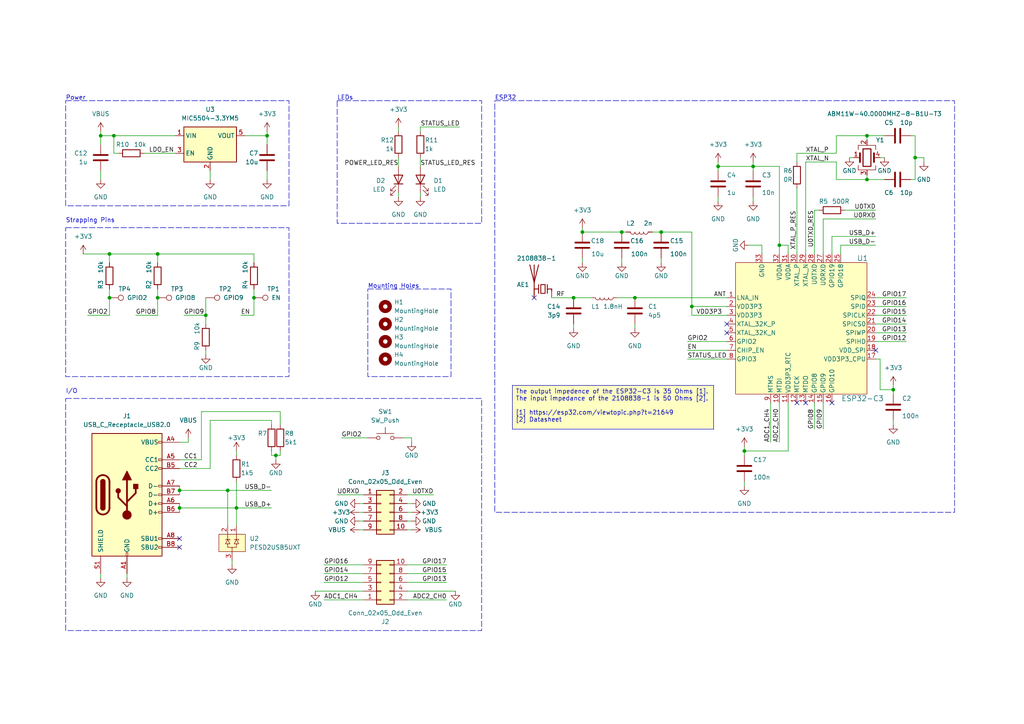
<source format=kicad_sch>
(kicad_sch (version 20230121) (generator eeschema)
  (paper "A4")
  (lib_symbols
    (symbol "Connector:TestPoint" (pin_numbers hide) (pin_names (offset 0.762) hide)
      (property "Reference" "TP" (at 0 6.858 0))
      (property "Value" "TestPoint" (at 0 5.08 0))
      (symbol "TestPoint_0_1"
        (circle (center 0 3.302) (radius 0.762))
      )
      (symbol "TestPoint_1_1"
        (pin passive line (at 0 0 90) (length 2.54) (name "1") (number "1"))
      )
    )
    (symbol "Connector:USB_C_Receptacle_USB2.0" (pin_names (offset 1.016))
      (property "Reference" "J" (at -10.16 19.05 0))
      (property "Value" "USB_C_Receptacle_USB2.0" (at 19.05 19.05 0))
      (symbol "USB_C_Receptacle_USB2.0_0_0"
        (rectangle (start -0.254 -17.78) (end 0.254 -16.764))
        (rectangle (start 10.16 -14.986) (end 9.144 -15.494))
        (rectangle (start 10.16 -12.446) (end 9.144 -12.954))
        (rectangle (start 10.16 -4.826) (end 9.144 -5.334))
        (rectangle (start 10.16 -2.286) (end 9.144 -2.794))
        (rectangle (start 10.16 0.254) (end 9.144 -0.254))
        (rectangle (start 10.16 2.794) (end 9.144 2.286))
        (rectangle (start 10.16 7.874) (end 9.144 7.366))
        (rectangle (start 10.16 10.414) (end 9.144 9.906))
        (rectangle (start 10.16 15.494) (end 9.144 14.986))
      )
      (symbol "USB_C_Receptacle_USB2.0_0_1"
        (rectangle (start -10.16 17.78) (end 10.16 -17.78) (stroke (width 0.254)) (fill (type background)))
        (arc (start -8.89 -3.81) (mid -6.985 -5.7067) (end -5.08 -3.81) (stroke (width 0.508)))
        (arc (start -7.62 -3.81) (mid -6.985 -4.4423) (end -6.35 -3.81) (stroke (width 0.254)))
        (arc (start -7.62 -3.81) (mid -6.985 -4.4423) (end -6.35 -3.81) (stroke (width 0.254)) (fill (type outline)))
        (rectangle (start -7.62 -3.81) (end -6.35 3.81) (stroke (width 0.254)) (fill (type outline)))
        (arc (start -6.35 3.81) (mid -6.985 4.4423) (end -7.62 3.81) (stroke (width 0.254)))
        (arc (start -6.35 3.81) (mid -6.985 4.4423) (end -7.62 3.81) (stroke (width 0.254)) (fill (type outline)))
        (arc (start -5.08 3.81) (mid -6.985 5.7067) (end -8.89 3.81) (stroke (width 0.508)))
        (circle (center -2.54 1.143) (radius 0.635) (stroke (width 0.254)) (fill (type outline)))
        (circle (center 0 -5.842) (radius 1.27) (fill (type outline)))
        (polyline (pts (xy -8.89 -3.81) (xy -8.89 3.81)) (stroke (width 0.508)))
        (polyline (pts (xy -5.08 3.81) (xy -5.08 -3.81)) (stroke (width 0.508)))
        (polyline (pts (xy 0 -5.842) (xy 0 4.318)) (stroke (width 0.508)))
        (polyline (pts (xy 0 -3.302) (xy -2.54 -0.762) (xy -2.54 0.508)) (stroke (width 0.508)))
        (polyline (pts (xy 0 -2.032) (xy 2.54 0.508) (xy 2.54 1.778)) (stroke (width 0.508)))
        (polyline (pts (xy -1.27 4.318) (xy 0 6.858) (xy 1.27 4.318) (xy -1.27 4.318)) (stroke (width 0.254)) (fill (type outline)))
        (rectangle (start 1.905 1.778) (end 3.175 3.048) (stroke (width 0.254)) (fill (type outline)))
      )
      (symbol "USB_C_Receptacle_USB2.0_1_1"
        (pin passive line (at 0 -22.86 90) (length 5.08) (name "GND") (number "A1"))
        (pin passive line (at 0 -22.86 90) (length 5.08) hide (name "GND") (number "A12"))
        (pin passive line (at 15.24 15.24 180) (length 5.08) (name "VBUS") (number "A4"))
        (pin bidirectional line (at 15.24 10.16 180) (length 5.08) (name "CC1") (number "A5"))
        (pin bidirectional line (at 15.24 -2.54 180) (length 5.08) (name "D+") (number "A6"))
        (pin bidirectional line (at 15.24 2.54 180) (length 5.08) (name "D-") (number "A7"))
        (pin bidirectional line (at 15.24 -12.7 180) (length 5.08) (name "SBU1") (number "A8"))
        (pin passive line (at 15.24 15.24 180) (length 5.08) hide (name "VBUS") (number "A9"))
        (pin passive line (at 0 -22.86 90) (length 5.08) hide (name "GND") (number "B1"))
        (pin passive line (at 0 -22.86 90) (length 5.08) hide (name "GND") (number "B12"))
        (pin passive line (at 15.24 15.24 180) (length 5.08) hide (name "VBUS") (number "B4"))
        (pin bidirectional line (at 15.24 7.62 180) (length 5.08) (name "CC2") (number "B5"))
        (pin bidirectional line (at 15.24 -5.08 180) (length 5.08) (name "D+") (number "B6"))
        (pin bidirectional line (at 15.24 0 180) (length 5.08) (name "D-") (number "B7"))
        (pin bidirectional line (at 15.24 -15.24 180) (length 5.08) (name "SBU2") (number "B8"))
        (pin passive line (at 15.24 15.24 180) (length 5.08) hide (name "VBUS") (number "B9"))
        (pin passive line (at -7.62 -22.86 90) (length 5.08) (name "SHIELD") (number "S1"))
      )
    )
    (symbol "Connector_Generic:Conn_02x05_Odd_Even" (pin_names (offset 1.016) hide)
      (property "Reference" "J" (at 1.27 7.62 0))
      (property "Value" "Conn_02x05_Odd_Even" (at 1.27 -7.62 0))
      (symbol "Conn_02x05_Odd_Even_1_1"
        (rectangle (start -1.27 -4.953) (end 0 -5.207) (stroke (width 0.1524)))
        (rectangle (start -1.27 -2.413) (end 0 -2.667) (stroke (width 0.1524)))
        (rectangle (start -1.27 0.127) (end 0 -0.127) (stroke (width 0.1524)))
        (rectangle (start -1.27 2.667) (end 0 2.413) (stroke (width 0.1524)))
        (rectangle (start -1.27 5.207) (end 0 4.953) (stroke (width 0.1524)))
        (rectangle (start -1.27 6.35) (end 3.81 -6.35) (stroke (width 0.254)) (fill (type background)))
        (rectangle (start 3.81 -4.953) (end 2.54 -5.207) (stroke (width 0.1524)))
        (rectangle (start 3.81 -2.413) (end 2.54 -2.667) (stroke (width 0.1524)))
        (rectangle (start 3.81 0.127) (end 2.54 -0.127) (stroke (width 0.1524)))
        (rectangle (start 3.81 2.667) (end 2.54 2.413) (stroke (width 0.1524)))
        (rectangle (start 3.81 5.207) (end 2.54 4.953) (stroke (width 0.1524)))
        (pin passive line (at -5.08 5.08 0) (length 3.81) (name "Pin_1") (number "1"))
        (pin passive line (at 7.62 -5.08 180) (length 3.81) (name "Pin_10") (number "10"))
        (pin passive line (at 7.62 5.08 180) (length 3.81) (name "Pin_2") (number "2"))
        (pin passive line (at -5.08 2.54 0) (length 3.81) (name "Pin_3") (number "3"))
        (pin passive line (at 7.62 2.54 180) (length 3.81) (name "Pin_4") (number "4"))
        (pin passive line (at -5.08 0 0) (length 3.81) (name "Pin_5") (number "5"))
        (pin passive line (at 7.62 0 180) (length 3.81) (name "Pin_6") (number "6"))
        (pin passive line (at -5.08 -2.54 0) (length 3.81) (name "Pin_7") (number "7"))
        (pin passive line (at 7.62 -2.54 180) (length 3.81) (name "Pin_8") (number "8"))
        (pin passive line (at -5.08 -5.08 0) (length 3.81) (name "Pin_9") (number "9"))
      )
    )
    (symbol "Device:Antenna_Chip" (pin_numbers hide) (pin_names (offset 1.016) hide)
      (property "Reference" "AE" (at 0 5.08 0))
      (property "Value" "Antenna_Chip" (at 0 3.175 0))
      (symbol "Antenna_Chip_0_1"
        (polyline (pts (xy -2.54 0) (xy -2.54 -0.635)) (stroke (width 0.254)))
        (polyline (pts (xy -2.54 0) (xy -1.27 0)) (stroke (width 0.254)))
        (polyline (pts (xy 1.27 0) (xy 2.54 0)) (stroke (width 0.254)))
        (polyline (pts (xy 1.27 1.27) (xy 1.27 -1.27)) (stroke (width 0.254)))
        (polyline (pts (xy 2.54 -0.635) (xy 2.54 0)))
        (polyline (pts (xy 2.54 6.985) (xy 2.54 -1.905)) (stroke (width 0.254)))
        (polyline (pts (xy -1.27 1.27) (xy -1.27 -1.27) (xy -1.27 0)) (stroke (width 0.254)))
        (polyline (pts (xy 3.81 6.985) (xy 2.54 1.905) (xy 1.27 6.985)) (stroke (width 0.254)))
        (polyline (pts (xy -0.635 1.27) (xy 0.635 1.27) (xy 0.635 -1.27) (xy -0.635 -1.27) (xy -0.635 1.27)) (stroke (width 0.254)))
      )
      (symbol "Antenna_Chip_1_1"
        (pin input line (at -2.54 -2.54 90) (length 2.54) (name "FEED") (number "1"))
        (pin passive line (at 2.54 -2.54 90) (length 2.54) (name "PCB_Trace") (number "2"))
      )
    )
    (symbol "Device:C" (pin_numbers hide) (pin_names (offset 0.254))
      (property "Reference" "C" (at 0.635 2.54 0))
      (property "Value" "C" (at 0.635 -2.54 0))
      (symbol "C_0_1"
        (polyline (pts (xy -2.032 -0.762) (xy 2.032 -0.762)) (stroke (width 0.508)))
        (polyline (pts (xy -2.032 0.762) (xy 2.032 0.762)) (stroke (width 0.508)))
      )
      (symbol "C_1_1"
        (pin passive line (at 0 3.81 270) (length 2.794) (name "~") (number "1"))
        (pin passive line (at 0 -3.81 90) (length 2.794) (name "~") (number "2"))
      )
    )
    (symbol "Device:Crystal_GND23" (pin_names (offset 1.016) hide)
      (property "Reference" "Y" (at 3.175 5.08 0))
      (property "Value" "Crystal_GND23" (at 3.175 3.175 0))
      (symbol "Crystal_GND23_0_1"
        (rectangle (start -1.143 2.54) (end 1.143 -2.54) (stroke (width 0.3048)))
        (polyline (pts (xy -2.54 0) (xy -2.032 0)))
        (polyline (pts (xy -2.032 -1.27) (xy -2.032 1.27)) (stroke (width 0.508)))
        (polyline (pts (xy 0 -3.81) (xy 0 -3.556)))
        (polyline (pts (xy 0 3.556) (xy 0 3.81)))
        (polyline (pts (xy 2.032 -1.27) (xy 2.032 1.27)) (stroke (width 0.508)))
        (polyline (pts (xy 2.032 0) (xy 2.54 0)))
        (polyline (pts (xy -2.54 -2.286) (xy -2.54 -3.556) (xy 2.54 -3.556) (xy 2.54 -2.286)))
        (polyline (pts (xy -2.54 2.286) (xy -2.54 3.556) (xy 2.54 3.556) (xy 2.54 2.286)))
      )
      (symbol "Crystal_GND23_1_1"
        (pin passive line (at -3.81 0 0) (length 1.27) (name "1") (number "1"))
        (pin passive line (at 0 5.08 270) (length 1.27) (name "2") (number "2"))
        (pin passive line (at 0 -5.08 90) (length 1.27) (name "3") (number "3"))
        (pin passive line (at 3.81 0 180) (length 1.27) (name "4") (number "4"))
      )
    )
    (symbol "Device:L" (pin_numbers hide) (pin_names (offset 1.016) hide)
      (property "Reference" "L" (at -1.27 0 90))
      (property "Value" "L" (at 1.905 0 90))
      (symbol "L_0_1"
        (arc (start 0 -2.54) (mid 0.6323 -1.905) (end 0 -1.27))
        (arc (start 0 -1.27) (mid 0.6323 -0.635) (end 0 0))
        (arc (start 0 0) (mid 0.6323 0.635) (end 0 1.27))
        (arc (start 0 1.27) (mid 0.6323 1.905) (end 0 2.54))
      )
      (symbol "L_1_1"
        (pin passive line (at 0 3.81 270) (length 1.27) (name "1") (number "1"))
        (pin passive line (at 0 -3.81 90) (length 1.27) (name "2") (number "2"))
      )
    )
    (symbol "Device:LED" (pin_numbers hide) (pin_names (offset 1.016) hide)
      (property "Reference" "D" (at 0 2.54 0))
      (property "Value" "LED" (at 0 -2.54 0))
      (symbol "LED_0_1"
        (polyline (pts (xy -1.27 -1.27) (xy -1.27 1.27)) (stroke (width 0.254)))
        (polyline (pts (xy -1.27 0) (xy 1.27 0)))
        (polyline (pts (xy 1.27 -1.27) (xy 1.27 1.27) (xy -1.27 0) (xy 1.27 -1.27)) (stroke (width 0.254)))
        (polyline (pts (xy -3.048 -0.762) (xy -4.572 -2.286) (xy -3.81 -2.286) (xy -4.572 -2.286) (xy -4.572 -1.524)))
        (polyline (pts (xy -1.778 -0.762) (xy -3.302 -2.286) (xy -2.54 -2.286) (xy -3.302 -2.286) (xy -3.302 -1.524)))
      )
      (symbol "LED_1_1"
        (pin passive line (at -3.81 0 0) (length 2.54) (name "K") (number "1"))
        (pin passive line (at 3.81 0 180) (length 2.54) (name "A") (number "2"))
      )
    )
    (symbol "Device:R" (pin_numbers hide) (pin_names (offset 0))
      (property "Reference" "R" (at 2.032 0 90))
      (property "Value" "R" (at 0 0 90))
      (symbol "R_0_1"
        (rectangle (start -1.016 -2.54) (end 1.016 2.54) (stroke (width 0.254)))
      )
      (symbol "R_1_1"
        (pin passive line (at 0 3.81 270) (length 1.27) (name "~") (number "1"))
        (pin passive line (at 0 -3.81 90) (length 1.27) (name "~") (number "2"))
      )
    )
    (symbol "Mechanical:MountingHole" (pin_names (offset 1.016))
      (property "Reference" "H" (at 0 5.08 0))
      (property "Value" "MountingHole" (at 0 3.175 0))
      (symbol "MountingHole_0_1"
        (circle (center 0 0) (radius 1.27) (stroke (width 1.27)))
      )
    )
    (symbol "Regulator_Linear:MIC5504-3.3YM5"
      (property "Reference" "U" (at -7.62 8.89 0))
      (property "Value" "MIC5504-3.3YM5" (at -7.62 6.35 0))
      (symbol "MIC5504-3.3YM5_0_1"
        (rectangle (start -7.62 -5.08) (end 7.62 5.08) (stroke (width 0.254)) (fill (type background)))
      )
      (symbol "MIC5504-3.3YM5_1_1"
        (pin power_in line (at -10.16 2.54 0) (length 2.54) (name "VIN") (number "1"))
        (pin power_in line (at 0 -7.62 90) (length 2.54) (name "GND") (number "2"))
        (pin input line (at -10.16 -2.54 0) (length 2.54) (name "EN") (number "3"))
        (pin no_connect line (at 7.62 -2.54 180) (length 2.54) hide (name "NC") (number "4"))
        (pin power_out line (at 10.16 2.54 180) (length 2.54) (name "VOUT") (number "5"))
      )
    )
    (symbol "Switch:SW_Push" (pin_numbers hide) (pin_names (offset 1.016) hide)
      (property "Reference" "SW" (at 1.27 2.54 0))
      (property "Value" "SW_Push" (at 0 -1.524 0))
      (symbol "SW_Push_0_1"
        (circle (center -2.032 0) (radius 0.508))
        (polyline (pts (xy 0 1.27) (xy 0 3.048)))
        (polyline (pts (xy 2.54 1.27) (xy -2.54 1.27)))
        (circle (center 2.032 0) (radius 0.508))
        (pin passive line (at -5.08 0 0) (length 2.54) (name "1") (number "1"))
        (pin passive line (at 5.08 0 180) (length 2.54) (name "2") (number "2"))
      )
    )
    (symbol "encyclopedia_galactica:ESP32-C3" (pin_names (offset 0.254))
      (property "Reference" "U" (at 0 43.18 0))
      (property "Value" "ESP32-C3" (at 0 40.64 0))
      (symbol "ESP32-C3_0_1"
        (pin bidirectional line (at -21.59 8.89 0) (length 2.54) (name "LNA_IN") (number "1"))
        (pin bidirectional line (at -6.35 -21.59 90) (length 2.54) (name "MTDI") (number "10"))
        (pin power_in line (at -3.81 -21.59 90) (length 2.54) (name "VDD3P3_RTC") (number "11"))
        (pin bidirectional line (at -1.27 -21.59 90) (length 2.54) (name "MTCK") (number "12"))
        (pin bidirectional line (at 1.27 -21.59 90) (length 2.54) (name "MTDO") (number "13"))
        (pin bidirectional line (at 3.81 -21.59 90) (length 2.54) (name "GPIO8") (number "14"))
        (pin bidirectional line (at 6.35 -21.59 90) (length 2.54) (name "GPIO9") (number "15"))
        (pin bidirectional line (at 8.89 -21.59 90) (length 2.54) (name "GPIO10") (number "16"))
        (pin power_in line (at 21.59 -8.89 180) (length 2.54) (name "VDD3P3_CPU") (number "17"))
        (pin power_in line (at 21.59 -6.35 180) (length 2.54) (name "VDD_SPI") (number "18"))
        (pin bidirectional line (at 21.59 -3.81 180) (length 2.54) (name "SPIHD") (number "19"))
        (pin power_in line (at -21.59 6.35 0) (length 2.54) (name "VDD3P3") (number "2"))
        (pin bidirectional line (at 21.59 -1.27 180) (length 2.54) (name "SPIWP") (number "20"))
        (pin bidirectional line (at 21.59 1.27 180) (length 2.54) (name "SPICS0") (number "21"))
        (pin bidirectional line (at 21.59 3.81 180) (length 2.54) (name "SPICLK") (number "22"))
        (pin bidirectional line (at 21.59 6.35 180) (length 2.54) (name "SPID") (number "23"))
        (pin bidirectional line (at 21.59 8.89 180) (length 2.54) (name "SPIQ") (number "24"))
        (pin bidirectional line (at 11.43 21.59 270) (length 2.54) (name "GPIO18") (number "25"))
        (pin bidirectional line (at 8.89 21.59 270) (length 2.54) (name "GPIO19") (number "26"))
        (pin bidirectional line (at 6.35 21.59 270) (length 2.54) (name "U0RXD") (number "27"))
        (pin bidirectional line (at 3.81 21.59 270) (length 2.54) (name "U0TXD") (number "28"))
        (pin output line (at 1.27 21.59 270) (length 2.54) (name "XTAL_N") (number "29"))
        (pin power_in line (at -21.59 3.81 0) (length 2.54) (name "VDD3P3") (number "3"))
        (pin input line (at -1.27 21.59 270) (length 2.54) (name "XTAL_P") (number "30"))
        (pin power_in line (at -3.81 21.59 270) (length 2.54) (name "VDDA") (number "31"))
        (pin power_in line (at -6.35 21.59 270) (length 2.54) (name "VDDA") (number "32"))
        (pin power_out line (at -11.43 21.59 270) (length 2.54) (name "GND") (number "33"))
        (pin bidirectional line (at -21.59 1.27 0) (length 2.54) (name "XTAL_32K_P") (number "4"))
        (pin bidirectional line (at -21.59 -1.27 0) (length 2.54) (name "XTAL_32K_N") (number "5"))
        (pin bidirectional line (at -21.59 -3.81 0) (length 2.54) (name "GPIO2") (number "6"))
        (pin input line (at -21.59 -6.35 0) (length 2.54) (name "CHIP_EN") (number "7"))
        (pin bidirectional line (at -21.59 -8.89 0) (length 2.54) (name "GPIO3") (number "8"))
        (pin bidirectional line (at -8.89 -21.59 90) (length 2.54) (name "MTMS") (number "9"))
      )
      (symbol "ESP32-C3_1_1"
        (rectangle (start -19.05 19.05) (end 19.05 -19.05) (fill (type background)))
      )
    )
    (symbol "encyclopedia_galactica:PESD2USB5UXT"
      (property "Reference" "U" (at 0 24.13 0))
      (property "Value" "PESD2USB5UXT" (at 0 21.59 0))
      (symbol "PESD2USB5UXT_1_1"
        (rectangle (start -3.81 2.54) (end 3.81 -2.54) (fill (type background)))
        (polyline (pts (xy -1.905 1.016) (xy -0.635 1.016)))
        (polyline (pts (xy -1.27 1.016) (xy -1.27 2.54)))
        (polyline (pts (xy -0.635 1.016) (xy -0.635 0.762)))
        (polyline (pts (xy 0 -1.27) (xy 0 -2.54)))
        (polyline (pts (xy 0.635 1.016) (xy 1.905 1.016)))
        (polyline (pts (xy 1.27 1.016) (xy 1.27 2.54)))
        (polyline (pts (xy 1.905 1.016) (xy 1.905 0.762)))
        (polyline (pts (xy -1.905 -0.254) (xy -1.27 1.016) (xy -0.635 -0.254) (xy -1.905 -0.254)))
        (polyline (pts (xy -1.27 -0.254) (xy -1.27 -1.27) (xy 1.27 -1.27) (xy 1.27 -0.254)))
        (polyline (pts (xy 0.635 -0.254) (xy 1.27 1.016) (xy 1.905 -0.254) (xy 0.635 -0.254)))
        (pin open_collector line (at 1.27 5.08 270) (length 2.54) (name "") (number "1"))
        (pin open_collector line (at -1.27 5.08 270) (length 2.54) (name "") (number "2"))
        (pin power_out line (at 0 -5.08 90) (length 2.54) (name "") (number "3"))
      )
    )
    (symbol "power:+3V3" (power) (pin_names (offset 0))
      (property "Value" "+3V3" (at 0 3.556 0))
      (symbol "+3V3_0_1"
        (polyline (pts (xy -0.762 1.27) (xy 0 2.54)))
        (polyline (pts (xy 0 0) (xy 0 2.54)))
        (polyline (pts (xy 0 2.54) (xy 0.762 1.27)))
      )
      (symbol "+3V3_1_1"
        (pin power_in line (at 0 0 90) (length 0) hide (name "+3V3") (number "1"))
      )
    )
    (symbol "power:GND" (power) (pin_names (offset 0))
      (property "Value" "GND" (at 0 -3.81 0))
      (symbol "GND_0_1"
        (polyline (pts (xy 0 0) (xy 0 -1.27) (xy 1.27 -1.27) (xy 0 -2.54) (xy -1.27 -1.27) (xy 0 -1.27)))
      )
      (symbol "GND_1_1"
        (pin power_in line (at 0 0 270) (length 0) hide (name "GND") (number "1"))
      )
    )
    (symbol "power:VBUS" (power) (pin_names (offset 0))
      (property "Value" "VBUS" (at 0 3.81 0))
      (symbol "VBUS_0_1"
        (polyline (pts (xy -0.762 1.27) (xy 0 2.54)))
        (polyline (pts (xy 0 0) (xy 0 2.54)))
        (polyline (pts (xy 0 2.54) (xy 0.762 1.27)))
      )
      (symbol "VBUS_1_1"
        (pin power_in line (at 0 0 90) (length 0) hide (name "VBUS") (number "1"))
      )
    )
  )
  (junction (at 29.21 39.37))
  (junction (at 184.15 86.36))
  (junction (at 226.06 71.12))
  (junction (at 168.91 67.31))
  (junction (at 45.72 86.36))
  (junction (at 31.75 73.66))
  (junction (at 77.47 39.37))
  (junction (at 208.28 48.26))
  (junction (at 68.58 147.32))
  (junction (at 180.34 67.31))
  (junction (at 66.04 142.24))
  (junction (at 52.07 147.32))
  (junction (at 215.9 130.81))
  (junction (at 218.44 48.26))
  (junction (at 52.07 142.24))
  (junction (at 59.69 91.44))
  (junction (at 33.02 39.37))
  (junction (at 80.01 132.08))
  (junction (at 31.75 86.36))
  (junction (at 73.66 86.36))
  (junction (at 191.77 67.31))
  (junction (at 259.08 113.03))
  (junction (at 265.43 45.72))
  (junction (at 45.72 73.66))
  (junction (at 251.46 39.37))
  (junction (at 200.66 88.9))
  (junction (at 166.37 86.36))
  (junction (at 251.46 52.07))
  (no_connect (at 241.3 116.84))
  (no_connect (at 210.82 93.98))
  (no_connect (at 52.07 156.21))
  (no_connect (at 231.14 116.84))
  (no_connect (at 254 101.6))
  (no_connect (at 52.07 158.75))
  (no_connect (at 233.68 116.84))
  (no_connect (at 210.82 96.52))
  (no_connect (at 154.94 86.36))
  (wire (pts (xy 52.07 147.32) (xy 68.58 147.32)))
  (wire (pts (xy 59.69 91.44) (xy 59.69 93.98)))
  (wire (pts (xy 52.07 146.05) (xy 52.07 147.32)))
  (wire (pts (xy 25.4 91.44) (xy 31.75 91.44)))
  (wire (pts (xy 33.02 39.37) (xy 50.8 39.37)))
  (wire (pts (xy 254 86.36) (xy 262.89 86.36)))
  (wire (pts (xy 121.92 55.88) (xy 121.92 57.15)))
  (wire (pts (xy 236.22 60.96) (xy 236.22 73.66)))
  (wire (pts (xy 199.39 99.06) (xy 210.82 99.06)))
  (wire (pts (xy 267.97 45.72) (xy 265.43 45.72)))
  (wire (pts (xy 125.73 143.51) (xy 118.11 143.51)))
  (wire (pts (xy 218.44 57.15) (xy 218.44 58.42)))
  (wire (pts (xy 254 91.44) (xy 262.89 91.44)))
  (wire (pts (xy 168.91 67.31) (xy 180.34 67.31)))
  (wire (pts (xy 116.84 127) (xy 119.38 127)))
  (wire (pts (xy 231.14 44.45) (xy 242.57 44.45)))
  (wire (pts (xy 254 88.9) (xy 262.89 88.9)))
  (wire (pts (xy 31.75 83.82) (xy 31.75 86.36)))
  (wire (pts (xy 254 63.5) (xy 238.76 63.5)))
  (wire (pts (xy 226.06 48.26) (xy 226.06 71.12)))
  (wire (pts (xy 251.46 39.37) (xy 251.46 40.64)))
  (wire (pts (xy 255.27 113.03) (xy 255.27 104.14)))
  (wire (pts (xy 242.57 52.07) (xy 242.57 46.99)))
  (wire (pts (xy 241.3 68.58) (xy 241.3 73.66)))
  (wire (pts (xy 118.11 166.37) (xy 129.54 166.37)))
  (wire (pts (xy 133.35 36.83) (xy 121.92 36.83)))
  (wire (pts (xy 36.83 166.37) (xy 36.83 167.64)))
  (wire (pts (xy 29.21 39.37) (xy 33.02 39.37)))
  (wire (pts (xy 54.61 128.27) (xy 54.61 127)))
  (wire (pts (xy 52.07 133.35) (xy 58.42 133.35)))
  (wire (pts (xy 247.65 45.72) (xy 246.38 45.72)))
  (wire (pts (xy 180.34 74.93) (xy 180.34 76.2)))
  (wire (pts (xy 233.68 46.99) (xy 233.68 73.66)))
  (wire (pts (xy 97.79 143.51) (xy 105.41 143.51)))
  (wire (pts (xy 81.28 130.81) (xy 81.28 132.08)))
  (wire (pts (xy 104.14 148.59) (xy 105.41 148.59)))
  (wire (pts (xy 66.04 142.24) (xy 78.74 142.24)))
  (wire (pts (xy 184.15 86.36) (xy 210.82 86.36)))
  (wire (pts (xy 78.74 121.92) (xy 78.74 123.19)))
  (wire (pts (xy 215.9 130.81) (xy 215.9 129.54)))
  (wire (pts (xy 118.11 168.91) (xy 129.54 168.91)))
  (wire (pts (xy 73.66 91.44) (xy 73.66 86.36)))
  (wire (pts (xy 29.21 166.37) (xy 29.21 167.64)))
  (wire (pts (xy 259.08 111.76) (xy 259.08 113.03)))
  (wire (pts (xy 118.11 173.99) (xy 129.54 173.99)))
  (wire (pts (xy 168.91 74.93) (xy 168.91 76.2)))
  (wire (pts (xy 243.84 71.12) (xy 254 71.12)))
  (wire (pts (xy 68.58 130.81) (xy 68.58 132.08)))
  (wire (pts (xy 68.58 147.32) (xy 78.74 147.32)))
  (wire (pts (xy 115.57 36.83) (xy 115.57 38.1)))
  (wire (pts (xy 41.91 44.45) (xy 50.8 44.45)))
  (wire (pts (xy 226.06 116.84) (xy 226.06 128.27)))
  (wire (pts (xy 255.27 113.03) (xy 259.08 113.03)))
  (wire (pts (xy 208.28 46.99) (xy 208.28 48.26)))
  (wire (pts (xy 226.06 71.12) (xy 228.6 71.12)))
  (wire (pts (xy 242.57 39.37) (xy 242.57 44.45)))
  (wire (pts (xy 233.68 46.99) (xy 242.57 46.99)))
  (wire (pts (xy 191.77 74.93) (xy 191.77 76.2)))
  (wire (pts (xy 104.14 153.67) (xy 105.41 153.67)))
  (wire (pts (xy 166.37 86.36) (xy 171.45 86.36)))
  (wire (pts (xy 256.54 52.07) (xy 251.46 52.07)))
  (wire (pts (xy 119.38 127) (xy 119.38 128.27)))
  (wire (pts (xy 73.66 73.66) (xy 73.66 76.2)))
  (wire (pts (xy 264.16 52.07) (xy 265.43 52.07)))
  (wire (pts (xy 199.39 101.6) (xy 210.82 101.6)))
  (wire (pts (xy 93.98 163.83) (xy 105.41 163.83)))
  (wire (pts (xy 118.11 153.67) (xy 119.38 153.67)))
  (wire (pts (xy 31.75 91.44) (xy 31.75 86.36)))
  (wire (pts (xy 52.07 142.24) (xy 66.04 142.24)))
  (wire (pts (xy 91.44 171.45) (xy 105.41 171.45)))
  (wire (pts (xy 34.29 44.45) (xy 33.02 44.45)))
  (wire (pts (xy 231.14 54.61) (xy 231.14 73.66)))
  (wire (pts (xy 259.08 121.92) (xy 259.08 123.19)))
  (wire (pts (xy 99.06 127) (xy 106.68 127)))
  (wire (pts (xy 200.66 67.31) (xy 191.77 67.31)))
  (wire (pts (xy 243.84 71.12) (xy 243.84 73.66)))
  (wire (pts (xy 265.43 39.37) (xy 264.16 39.37)))
  (wire (pts (xy 81.28 119.38) (xy 81.28 123.19)))
  (wire (pts (xy 71.12 39.37) (xy 77.47 39.37)))
  (wire (pts (xy 68.58 147.32) (xy 68.58 152.4)))
  (wire (pts (xy 231.14 44.45) (xy 231.14 46.99)))
  (wire (pts (xy 104.14 151.13) (xy 105.41 151.13)))
  (wire (pts (xy 121.92 45.72) (xy 121.92 48.26)))
  (wire (pts (xy 52.07 140.97) (xy 52.07 142.24)))
  (wire (pts (xy 80.01 132.08) (xy 80.01 133.35)))
  (wire (pts (xy 251.46 52.07) (xy 251.46 50.8)))
  (wire (pts (xy 223.52 116.84) (xy 223.52 128.27)))
  (wire (pts (xy 39.37 91.44) (xy 45.72 91.44)))
  (wire (pts (xy 115.57 45.72) (xy 115.57 48.26)))
  (wire (pts (xy 45.72 73.66) (xy 45.72 76.2)))
  (wire (pts (xy 208.28 48.26) (xy 218.44 48.26)))
  (wire (pts (xy 132.08 171.45) (xy 118.11 171.45)))
  (wire (pts (xy 189.23 67.31) (xy 191.77 67.31)))
  (wire (pts (xy 77.47 49.53) (xy 77.47 52.07)))
  (wire (pts (xy 238.76 116.84) (xy 238.76 124.46)))
  (wire (pts (xy 58.42 133.35) (xy 58.42 119.38)))
  (wire (pts (xy 215.9 130.81) (xy 228.6 130.81)))
  (wire (pts (xy 118.11 146.05) (xy 119.38 146.05)))
  (wire (pts (xy 254 96.52) (xy 262.89 96.52)))
  (wire (pts (xy 215.9 139.7) (xy 215.9 140.97)))
  (wire (pts (xy 58.42 119.38) (xy 81.28 119.38)))
  (wire (pts (xy 179.07 86.36) (xy 184.15 86.36)))
  (wire (pts (xy 77.47 38.1) (xy 77.47 39.37)))
  (wire (pts (xy 184.15 93.98) (xy 184.15 95.25)))
  (wire (pts (xy 59.69 101.6) (xy 59.69 102.87)))
  (wire (pts (xy 118.11 148.59) (xy 119.38 148.59)))
  (wire (pts (xy 45.72 86.36) (xy 45.72 83.82)))
  (wire (pts (xy 255.27 104.14) (xy 254 104.14)))
  (wire (pts (xy 45.72 73.66) (xy 73.66 73.66)))
  (wire (pts (xy 245.11 60.96) (xy 254 60.96)))
  (wire (pts (xy 259.08 113.03) (xy 259.08 114.3)))
  (wire (pts (xy 236.22 116.84) (xy 236.22 124.46)))
  (wire (pts (xy 93.98 166.37) (xy 105.41 166.37)))
  (wire (pts (xy 53.34 91.44) (xy 59.69 91.44)))
  (wire (pts (xy 68.58 139.7) (xy 68.58 147.32)))
  (wire (pts (xy 118.11 163.83) (xy 129.54 163.83)))
  (wire (pts (xy 218.44 48.26) (xy 226.06 48.26)))
  (wire (pts (xy 77.47 41.91) (xy 77.47 39.37)))
  (wire (pts (xy 104.14 146.05) (xy 105.41 146.05)))
  (wire (pts (xy 265.43 52.07) (xy 265.43 45.72)))
  (wire (pts (xy 200.66 91.44) (xy 200.66 88.9)))
  (wire (pts (xy 31.75 73.66) (xy 45.72 73.66)))
  (wire (pts (xy 52.07 135.89) (xy 60.96 135.89)))
  (wire (pts (xy 180.34 67.31) (xy 181.61 67.31)))
  (wire (pts (xy 78.74 130.81) (xy 78.74 132.08)))
  (wire (pts (xy 29.21 38.1) (xy 29.21 39.37)))
  (wire (pts (xy 254 68.58) (xy 241.3 68.58)))
  (wire (pts (xy 166.37 93.98) (xy 166.37 95.25)))
  (wire (pts (xy 254 93.98) (xy 262.89 93.98)))
  (wire (pts (xy 265.43 45.72) (xy 265.43 39.37)))
  (wire (pts (xy 52.07 128.27) (xy 54.61 128.27)))
  (wire (pts (xy 218.44 46.99) (xy 218.44 48.26)))
  (wire (pts (xy 24.13 73.66) (xy 31.75 73.66)))
  (wire (pts (xy 228.6 71.12) (xy 228.6 73.66)))
  (wire (pts (xy 60.96 49.53) (xy 60.96 52.07)))
  (wire (pts (xy 242.57 52.07) (xy 251.46 52.07)))
  (wire (pts (xy 208.28 57.15) (xy 208.28 58.42)))
  (wire (pts (xy 31.75 73.66) (xy 31.75 76.2)))
  (wire (pts (xy 226.06 71.12) (xy 226.06 73.66)))
  (wire (pts (xy 215.9 132.08) (xy 215.9 130.81)))
  (wire (pts (xy 80.01 132.08) (xy 81.28 132.08)))
  (wire (pts (xy 218.44 48.26) (xy 218.44 49.53)))
  (wire (pts (xy 251.46 39.37) (xy 242.57 39.37)))
  (wire (pts (xy 67.31 162.56) (xy 67.31 163.83)))
  (wire (pts (xy 267.97 46.99) (xy 267.97 45.72)))
  (wire (pts (xy 93.98 168.91) (xy 105.41 168.91)))
  (wire (pts (xy 256.54 39.37) (xy 251.46 39.37)))
  (wire (pts (xy 254 99.06) (xy 262.89 99.06)))
  (wire (pts (xy 73.66 83.82) (xy 73.66 86.36)))
  (wire (pts (xy 45.72 91.44) (xy 45.72 86.36)))
  (wire (pts (xy 52.07 142.24) (xy 52.07 143.51)))
  (wire (pts (xy 78.74 132.08) (xy 80.01 132.08)))
  (wire (pts (xy 52.07 147.32) (xy 52.07 148.59)))
  (wire (pts (xy 200.66 88.9) (xy 200.66 67.31)))
  (wire (pts (xy 118.11 151.13) (xy 119.38 151.13)))
  (wire (pts (xy 199.39 104.14) (xy 210.82 104.14)))
  (wire (pts (xy 160.02 86.36) (xy 166.37 86.36)))
  (wire (pts (xy 66.04 142.24) (xy 66.04 152.4)))
  (wire (pts (xy 29.21 39.37) (xy 29.21 41.91)))
  (wire (pts (xy 60.96 135.89) (xy 60.96 121.92)))
  (wire (pts (xy 238.76 63.5) (xy 238.76 73.66)))
  (wire (pts (xy 59.69 91.44) (xy 59.69 86.36)))
  (wire (pts (xy 93.98 173.99) (xy 105.41 173.99)))
  (wire (pts (xy 256.54 45.72) (xy 255.27 45.72)))
  (wire (pts (xy 29.21 49.53) (xy 29.21 52.07)))
  (wire (pts (xy 69.85 91.44) (xy 73.66 91.44)))
  (wire (pts (xy 60.96 121.92) (xy 78.74 121.92)))
  (wire (pts (xy 200.66 88.9) (xy 210.82 88.9)))
  (wire (pts (xy 236.22 60.96) (xy 237.49 60.96)))
  (wire (pts (xy 121.92 36.83) (xy 121.92 38.1)))
  (wire (pts (xy 210.82 91.44) (xy 200.66 91.44)))
  (wire (pts (xy 220.98 71.12) (xy 220.98 73.66)))
  (wire (pts (xy 168.91 66.04) (xy 168.91 67.31)))
  (wire (pts (xy 33.02 44.45) (xy 33.02 39.37)))
  (wire (pts (xy 115.57 55.88) (xy 115.57 57.15)))
  (wire (pts (xy 208.28 48.26) (xy 208.28 49.53)))
  (wire (pts (xy 228.6 116.84) (xy 228.6 130.81)))
  (wire (pts (xy 217.17 71.12) (xy 220.98 71.12)))
  (rectangle (start 19.05 29.21) (end 83.82 59.69) (stroke (width 0) (type dash)))
  (rectangle (start 106.68 83.82) (end 130.81 109.22) (stroke (width 0) (type dash)))
  (rectangle (start 19.05 66.04) (end 83.82 109.22) (stroke (width 0) (type dash)))
  (rectangle (start 19.05 115.57) (end 139.7 182.88) (stroke (width 0) (type dash)))
  (rectangle (start 97.79 29.21) (end 139.7 64.77) (stroke (width 0) (type dash)))
  (rectangle (start 143.51 29.21) (end 276.86 148.59) (stroke (width 0) (type dash)))
  (text_box "The output impedence of the ESP32-C3 is 35 Ohms [1].\nThe input impedance of the 2108838-1 is 50 Ohms [2].\n\n[1] https://esp32.com/viewtopic.php?t=21649\n[2] Datasheet" (at 148.59 111.76 0) (size 58.42 12.7) (fill (type color) (color 255 255 194 1)) (effects (font (size 1.27 1.27)) (justify left top)))
  (text "ESP32" (at 143.51 29.21 0) (effects (font (size 1.27 1.27)) (justify left bottom)))
  (text "I/O" (at 19.05 114.3 0) (effects (font (size 1.27 1.27)) (justify left bottom)))
  (text "Mounting Holes" (at 106.68 83.82 0) (effects (font (size 1.27 1.27)) (justify left bottom)))
  (text "Power" (at 19.05 29.21 0) (effects (font (size 1.27 1.27)) (justify left bottom)))
  (text "Strapping Pins" (at 19.05 64.77 0) (effects (font (size 1.27 1.27)) (justify left bottom)))
  (text "LEDs" (at 97.79 29.21 0) (effects (font (size 1.27 1.27)) (justify left bottom)))
  (label "ADC1_CH4" (at 223.52 128.27 90))
  (label "U0RXD" (at 97.79 143.51 0))
  (label "GPIO2" (at 99.06 127 0))
  (label "GPIO12" (at 93.98 168.91 0))
  (label "EN" (at 199.39 101.6 0))
  (label "USB_D+" (at 78.74 147.32 180))
  (label "GPIO16" (at 93.98 163.83 0))
  (label "GPIO13" (at 129.54 168.91 180))
  (label "ADC1_CH4" (at 93.98 173.99 0))
  (label "USB_D+" (at 254 68.58 180))
  (label "GPIO2" (at 25.4 91.44 0))
  (label "LDO_EN" (at 43.18 44.45 0))
  (label "GPIO14" (at 262.89 93.98 180))
  (label "STATUS_LED" (at 199.39 104.14 0))
  (label "GPIO9" (at 238.76 124.46 90))
  (label "GPIO17" (at 262.89 86.36 180))
  (label "GPIO14" (at 93.98 166.37 0))
  (label "U0TXD" (at 125.73 143.51 180))
  (label "ADC2_CH0" (at 226.06 128.27 90))
  (label "STATUS_LED_RES" (at 121.92 48.26 0))
  (label "U0RXD" (at 254 63.5 180))
  (label "VDD3P3" (at 201.93 91.44 0))
  (label "ANT" (at 207.01 86.36 0))
  (label "CC1" (at 53.34 133.35 0))
  (label "USB_D-" (at 254 71.12 180))
  (label "GPIO12" (at 262.89 99.06 180))
  (label "XTAL_P" (at 233.68 44.45 0))
  (label "U0TXD" (at 254 60.96 180))
  (label "GPIO9" (at 53.34 91.44 0))
  (label "USB_D-" (at 78.74 142.24 180))
  (label "XTAL_P_RES" (at 231.14 72.39 90))
  (label "GPIO15" (at 129.54 166.37 180))
  (label "XTAL_N" (at 233.68 46.99 0))
  (label "GPIO16" (at 262.89 88.9 180))
  (label "RF" (at 161.29 86.36 0))
  (label "U0TXD_RES" (at 236.22 60.96 270))
  (label "EN" (at 69.85 91.44 0))
  (label "GPIO8" (at 39.37 91.44 0))
  (label "GPIO13" (at 262.89 96.52 180))
  (label "GPIO17" (at 129.54 163.83 180))
  (label "GPIO2" (at 199.39 99.06 0))
  (label "ADC2_CH0" (at 129.54 173.99 180))
  (label "STATUS_LED" (at 133.35 36.83 180))
  (label "CC2" (at 53.34 135.89 0))
  (label "POWER_LED_RES" (at 115.57 48.26 180))
  (label "GPIO15" (at 262.89 91.44 180))
  (label "GPIO8" (at 236.22 124.46 90))
  (symbol (lib_id "power:GND") (at 246.38 45.72 0) (mirror y) (unit 1)
    (property "Reference" "#PWR03" (effects hide))
    (property "Value" "GND" (at 246.38 49.53 0))
  )
  (symbol (lib_id "Connector:USB_C_Receptacle_USB2.0") (at 36.83 143.51 0) (unit 1)
    (property "Reference" "J1" (at 36.83 120.65 0))
    (property "Value" "USB_C_Receptacle_USB2.0" (at 36.83 123.19 0))
    (property "Footprint" "encyclopedia_galactica:USB4105-GF-A" (effects hide))
    (property "Datasheet" "https://www.usb.org/sites/default/files/documents/usb_type-c.zip" (effects hide))
  )
  (symbol (lib_id "Device:LED") (at 115.57 52.07 270) (mirror x) (unit 1)
    (property "Reference" "D2" (at 111.76 52.3875 90) (effects (justify right)))
    (property "Value" "LED" (at 111.76 54.9275 90) (effects (justify right)))
    (property "Footprint" "LED_SMD:LED_0603_1608Metric" (effects hide))
  )
  (symbol (lib_id "power:+3V3") (at 115.57 36.83 0) (mirror y) (unit 1)
    (property "Reference" "#PWR044" (effects hide))
    (property "Value" "+3V3" (at 115.57 31.75 0))
  )
  (symbol (lib_id "Device:R") (at 231.14 50.8 0) (mirror y) (unit 1)
    (property "Reference" "R6" (at 229.87 49.53 0) (effects (justify left)))
    (property "Value" "0R" (at 229.87 52.07 0) (effects (justify left)))
    (property "Footprint" "Resistor_SMD:R_0402_1005Metric" (effects hide))
  )
  (symbol (lib_id "Device:R") (at 73.66 80.01 0) (unit 1)
    (property "Reference" "R4" (at 71.12 82.55 90))
    (property "Value" "10k" (at 71.12 77.47 90))
    (property "Footprint" "Resistor_SMD:R_0402_1005Metric" (effects hide))
  )
  (symbol (lib_id "power:GND") (at 208.28 58.42 0) (unit 1)
    (property "Reference" "#PWR023" (effects hide))
    (property "Value" "GND" (at 208.28 63.5 0))
  )
  (symbol (lib_id "power:GND") (at 77.47 52.07 0) (unit 1)
    (property "Reference" "#PWR039" (effects hide))
    (property "Value" "GND" (at 77.47 57.15 0))
  )
  (symbol (lib_id "power:VBUS") (at 104.14 153.67 90) (unit 1)
    (property "Reference" "#PWR032" (effects hide))
    (property "Value" "VBUS" (at 100.33 153.67 90) (effects (justify left)))
  )
  (symbol (lib_id "power:GND") (at 59.69 102.87 0) (unit 1)
    (property "Reference" "#PWR045" (effects hide))
    (property "Value" "GND" (at 59.69 106.68 0))
  )
  (symbol (lib_id "power:GND") (at 104.14 151.13 270) (unit 1)
    (property "Reference" "#PWR030" (effects hide))
    (property "Value" "GND" (at 99.06 151.13 90))
  )
  (symbol (lib_id "Mechanical:MountingHole") (at 111.76 99.06 0) (unit 1)
    (property "Reference" "H3" (at 114.3 97.79 0) (effects (justify left)))
    (property "Value" "MountingHole" (at 114.3 100.33 0) (effects (justify left)))
    (property "Footprint" "MountingHole:MountingHole_2.2mm_M2" (effects hide))
  )
  (symbol (lib_id "power:GND") (at 180.34 76.2 0) (mirror y) (unit 1)
    (property "Reference" "#PWR018" (effects hide))
    (property "Value" "GND" (at 180.34 80.01 0))
  )
  (symbol (lib_id "Mechanical:MountingHole") (at 111.76 88.9 0) (unit 1)
    (property "Reference" "H1" (at 114.3 87.63 0) (effects (justify left)))
    (property "Value" "MountingHole" (at 114.3 90.17 0) (effects (justify left)))
    (property "Footprint" "MountingHole:MountingHole_2.2mm_M2" (effects hide))
  )
  (symbol (lib_id "Device:C") (at 168.91 71.12 0) (unit 1)
    (property "Reference" "C18" (at 175.26 69.85 0) (effects (justify right)))
    (property "Value" "10u" (at 175.26 73.66 0) (effects (justify right)))
    (property "Footprint" "Capacitor_SMD:C_0603_1608Metric" (effects hide))
  )
  (symbol (lib_id "Device:R") (at 78.74 127 0) (unit 1)
    (property "Reference" "R7" (at 77.47 125.73 0) (effects (justify right)))
    (property "Value" "5k1" (effects hide))
    (property "Footprint" "Resistor_SMD:R_0402_1005Metric" (effects hide))
  )
  (symbol (lib_id "power:+3V3") (at 218.44 46.99 0) (mirror y) (unit 1)
    (property "Reference" "#PWR04" (effects hide))
    (property "Value" "+3V3" (at 218.44 41.91 0))
  )
  (symbol (lib_id "power:GND") (at 60.96 52.07 0) (unit 1)
    (property "Reference" "#PWR016" (effects hide))
    (property "Value" "GND" (at 60.96 57.15 0))
  )
  (symbol (lib_id "power:+3V3") (at 208.28 46.99 0) (mirror y) (unit 1)
    (property "Reference" "#PWR022" (effects hide))
    (property "Value" "+3V3" (at 208.28 41.91 0))
  )
  (symbol (lib_id "power:GND") (at 67.31 163.83 0) (unit 1)
    (property "Reference" "#PWR038" (effects hide))
    (property "Value" "GND" (at 67.31 168.91 0))
  )
  (symbol (lib_id "Connector_Generic:Conn_02x05_Odd_Even") (at 110.49 148.59 0) (unit 1)
    (property "Reference" "J3" (at 111.76 137.16 0))
    (property "Value" "Conn_02x05_Odd_Even" (at 111.76 139.7 0))
    (property "Footprint" "Connector_PinHeader_2.54mm:PinHeader_2x05_P2.54mm_Vertical" (effects hide))
  )
  (symbol (lib_id "Device:C") (at 166.37 90.17 0) (unit 1)
    (property "Reference" "C14" (at 162.56 88.9 0) (effects (justify right)))
    (property "Value" "3p9" (at 162.56 91.44 0) (effects (justify right)))
    (property "Footprint" "Capacitor_SMD:C_0402_1005Metric" (effects hide))
  )
  (symbol (lib_id "power:GND") (at 267.97 46.99 0) (mirror y) (unit 1)
    (property "Reference" "#PWR025" (effects hide))
    (property "Value" "GND" (at 267.97 52.07 0))
  )
  (symbol (lib_id "power:VBUS") (at 29.21 38.1 0) (unit 1)
    (property "Reference" "#PWR014" (effects hide))
    (property "Value" "VBUS" (at 29.21 33.02 0))
  )
  (symbol (lib_id "Connector:TestPoint") (at 73.66 86.36 270) (mirror x) (unit 1)
    (property "Reference" "TP1" (at 77.47 83.82 90) (effects (justify left)))
    (property "Value" "EN" (at 78.74 86.36 90) (effects (justify left)))
    (property "Footprint" "TestPoint:TestPoint_Pad_D1.5mm" (effects hide))
  )
  (symbol (lib_id "Connector_Generic:Conn_02x05_Odd_Even") (at 110.49 168.91 0) (mirror x) (unit 1)
    (property "Reference" "J2" (at 111.76 180.34 0))
    (property "Value" "Conn_02x05_Odd_Even" (at 111.76 177.8 0))
    (property "Footprint" "Connector_PinHeader_2.54mm:PinHeader_2x05_P2.54mm_Vertical" (effects hide))
  )
  (symbol (lib_id "power:GND") (at 218.44 58.42 0) (unit 1)
    (property "Reference" "#PWR021" (effects hide))
    (property "Value" "GND" (at 218.44 63.5 0))
  )
  (symbol (lib_id "power:GND") (at 166.37 95.25 0) (mirror y) (unit 1)
    (property "Reference" "#PWR017" (effects hide))
    (property "Value" "GND" (at 166.37 100.33 0))
  )
  (symbol (lib_id "Device:C") (at 218.44 53.34 0) (mirror y) (unit 1)
    (property "Reference" "C3" (at 220.98 50.8 0) (effects (justify right)))
    (property "Value" "10n" (at 220.98 55.88 0) (effects (justify right)))
    (property "Footprint" "Capacitor_SMD:C_0402_1005Metric" (effects hide))
  )
  (symbol (lib_id "power:+3V3") (at 77.47 38.1 0) (unit 1)
    (property "Reference" "#PWR015" (effects hide))
    (property "Value" "+3V3" (at 77.47 33.02 0))
  )
  (symbol (lib_id "power:GND") (at 191.77 76.2 0) (unit 1)
    (property "Reference" "#PWR019" (effects hide))
    (property "Value" "GND" (at 191.77 80.01 0))
  )
  (symbol (lib_id "Device:R") (at 115.57 41.91 0) (unit 1)
    (property "Reference" "R12" (at 114.3 40.64 0) (effects (justify right)))
    (property "Value" "1k" (at 114.3 43.18 0) (effects (justify right)))
    (property "Footprint" "Resistor_SMD:R_0402_1005Metric" (effects hide))
  )
  (symbol (lib_id "power:+3V3") (at 215.9 129.54 0) (mirror y) (unit 1)
    (property "Reference" "#PWR06" (effects hide))
    (property "Value" "+3V3" (at 215.9 124.46 0))
  )
  (symbol (lib_id "encyclopedia_galactica:ESP32-C3") (at 232.41 95.25 0) (unit 1)
    (property "Reference" "U1" (at 250.19 74.93 0) (effects (font (size 1.524 1.524))))
    (property "Value" "ESP32-C3" (at 250.19 115.57 0) (effects (font (size 1.524 1.524))))
    (property "Footprint" "encyclopedia_galactica:QFN32_5X5_EXP" (effects hide))
    (property "Datasheet" "https://www.espressif.com/sites/default/files/documentation/esp32-c3_datasheet_en.pdf" (effects hide))
    (property "HW_Guidelines" "https://www.espressif.com/sites/default/files/documentation/esp32-c3_hardware_design_guidelines_en.pdf" (effects hide))
  )
  (symbol (lib_id "Device:C") (at 77.47 45.72 0) (unit 1)
    (property "Reference" "C7" (at 74.93 44.45 0) (effects (justify right)))
    (property "Value" "10u" (at 74.93 46.99 0) (effects (justify right)))
    (property "Footprint" "Capacitor_SMD:C_0603_1608Metric" (effects hide))
  )
  (symbol (lib_id "power:+3V3") (at 68.58 130.81 0) (unit 1)
    (property "Reference" "#PWR041" (effects hide))
    (property "Value" "+3V3" (at 68.58 127 0))
  )
  (symbol (lib_id "Device:R") (at 59.69 97.79 0) (unit 1)
    (property "Reference" "R9" (at 57.15 100.33 90))
    (property "Value" "10k" (at 57.15 95.25 90))
    (property "Footprint" "Resistor_SMD:R_0402_1005Metric" (effects hide))
  )
  (symbol (lib_id "Device:Crystal_GND23") (at 251.46 45.72 0) (unit 1)
    (property "Reference" "Y1" (at 255.27 40.64 0))
    (property "Value" "ABM11W-40.0000MHZ-8-B1U-T3" (at 256.54 33.02 0))
    (property "Footprint" "encyclopedia_galactica:ABM11W-30.0000MHZ-7-D1X-T3" (effects hide))
    (property "Datasheet" "https://www.mouser.de/datasheet/2/3/ABM11W-1774757.pdf" (effects hide))
  )
  (symbol (lib_id "power:GND") (at 119.38 128.27 0) (unit 1)
    (property "Reference" "#PWR036" (effects hide))
    (property "Value" "GND" (at 119.38 132.08 0))
  )
  (symbol (lib_id "Device:C") (at 260.35 52.07 90) (mirror x) (unit 1)
    (property "Reference" "C6" (at 257.81 55.88 90))
    (property "Value" "10p" (at 262.89 55.88 90))
    (property "Footprint" "Capacitor_SMD:C_0402_1005Metric" (effects hide))
  )
  (symbol (lib_id "Switch:SW_Push") (at 111.76 127 0) (mirror y) (unit 1)
    (property "Reference" "SW1" (at 111.76 119.38 0))
    (property "Value" "SW_Push" (at 111.76 121.92 0))
    (property "Footprint" "Button_Switch_SMD:SW_SPST_B3U-1000P" (effects hide))
  )
  (symbol (lib_id "power:GND") (at 104.14 146.05 270) (unit 1)
    (property "Reference" "#PWR026" (effects hide))
    (property "Value" "GND" (at 99.06 146.05 90))
  )
  (symbol (lib_id "power:GND") (at 119.38 146.05 90) (unit 1)
    (property "Reference" "#PWR027" (effects hide))
    (property "Value" "GND" (at 124.46 146.05 90))
  )
  (symbol (lib_id "Mechanical:MountingHole") (at 111.76 93.98 0) (unit 1)
    (property "Reference" "H2" (at 114.3 92.71 0) (effects (justify left)))
    (property "Value" "MountingHole" (at 114.3 95.25 0) (effects (justify left)))
    (property "Footprint" "MountingHole:MountingHole_2.2mm_M2" (effects hide))
  )
  (symbol (lib_id "power:GND") (at 215.9 140.97 0) (unit 1)
    (property "Reference" "#PWR07" (effects hide))
    (property "Value" "GND" (at 215.9 146.05 0))
  )
  (symbol (lib_id "Connector:TestPoint") (at 59.69 86.36 270) (mirror x) (unit 1)
    (property "Reference" "TP2" (at 63.5 83.82 90) (effects (justify left)))
    (property "Value" "GPIO9" (at 64.77 86.36 90) (effects (justify left)))
    (property "Footprint" "TestPoint:TestPoint_Pad_D1.5mm" (effects hide))
  )
  (symbol (lib_id "power:GND") (at 91.44 171.45 0) (unit 1)
    (property "Reference" "#PWR034" (effects hide))
    (property "Value" "GND" (at 91.44 175.26 0))
  )
  (symbol (lib_id "Device:L") (at 185.42 67.31 90) (mirror x) (unit 1)
    (property "Reference" "L2" (at 182.88 64.77 90))
    (property "Value" "2n" (at 187.96 64.77 90))
    (property "Footprint" "Inductor_SMD:L_0402_1005Metric" (effects hide))
  )
  (symbol (lib_id "Device:C") (at 208.28 53.34 0) (mirror y) (unit 1)
    (property "Reference" "C4" (at 210.82 50.8 0) (effects (justify right)))
    (property "Value" "1u" (at 210.82 55.88 0) (effects (justify right)))
    (property "Footprint" "Capacitor_SMD:C_0402_1005Metric" (effects hide))
  )
  (symbol (lib_id "Connector:TestPoint") (at 45.72 86.36 270) (mirror x) (unit 1)
    (property "Reference" "TP3" (at 49.53 83.82 90) (effects (justify left)))
    (property "Value" "GPIO8" (at 50.8 86.36 90) (effects (justify left)))
    (property "Footprint" "TestPoint:TestPoint_Pad_D1.5mm" (effects hide))
  )
  (symbol (lib_id "power:+3V3") (at 119.38 148.59 270) (unit 1)
    (property "Reference" "#PWR028" (effects hide))
    (property "Value" "+3V3" (at 121.92 148.59 90) (effects (justify left)))
  )
  (symbol (lib_id "Device:Antenna_Chip") (at 157.48 83.82 0) (mirror y) (unit 1)
    (property "Reference" "AE1" (at 149.86 82.55 0) (effects (justify right)))
    (property "Value" "2108838-1" (at 149.86 74.93 0) (effects (justify right)))
    (property "Footprint" "encyclopedia_galactica:2108838-1" (effects hide))
    (property "Datasheet" "https://www.te.com/commerce/DocumentDelivery/DDEController?Action=showdoc&DocId=Data+Sheet%7F2108838%7FA2%7Fpdf%7FEnglish%7FENG_DS_2108838_A2.pdf%7F2108838-1" (effects hide))
  )
  (symbol (lib_id "Device:C") (at 184.15 90.17 0) (mirror y) (unit 1)
    (property "Reference" "C1" (at 187.96 88.9 0) (effects (justify right)))
    (property "Value" "4p5" (at 187.96 91.44 0) (effects (justify right)))
    (property "Footprint" "Capacitor_SMD:C_0402_1005Metric" (effects hide))
  )
  (symbol (lib_id "Regulator_Linear:MIC5504-3.3YM5") (at 60.96 41.91 0) (unit 1)
    (property "Reference" "U3" (at 60.96 31.75 0))
    (property "Value" "MIC5504-3.3YM5" (at 60.96 34.29 0))
    (property "Footprint" "Package_TO_SOT_SMD:SOT-23-5" (effects hide))
    (property "Datasheet" "http://ww1.microchip.com/downloads/en/DeviceDoc/MIC550X.pdf" (effects hide))
  )
  (symbol (lib_id "power:VBUS") (at 119.38 153.67 270) (unit 1)
    (property "Reference" "#PWR033" (effects hide))
    (property "Value" "VBUS" (at 123.19 153.67 90) (effects (justify left)))
  )
  (symbol (lib_id "Device:R") (at 68.58 135.89 0) (mirror y) (unit 1)
    (property "Reference" "R1" (at 69.85 134.62 0) (effects (justify right)))
    (property "Value" "1k5" (at 69.85 137.16 0) (effects (justify right)))
    (property "Footprint" "Resistor_SMD:R_0402_1005Metric" (effects hide))
  )
  (symbol (lib_id "Device:R") (at 121.92 41.91 0) (mirror y) (unit 1)
    (property "Reference" "R11" (at 123.19 40.64 0) (effects (justify right)))
    (property "Value" "1k" (at 123.19 43.18 0) (effects (justify right)))
    (property "Footprint" "Resistor_SMD:R_0402_1005Metric" (effects hide))
  )
  (symbol (lib_id "Device:C") (at 180.34 71.12 0) (unit 1)
    (property "Reference" "C16" (at 186.69 69.85 0) (effects (justify right)))
    (property "Value" "100n" (at 187.96 73.66 0) (effects (justify right)))
    (property "Footprint" "Capacitor_SMD:C_0402_1005Metric" (effects hide))
  )
  (symbol (lib_id "power:GND") (at 259.08 123.19 0) (unit 1)
    (property "Reference" "#PWR09" (effects hide))
    (property "Value" "GND" (at 259.08 128.27 0))
  )
  (symbol (lib_id "Device:R") (at 81.28 127 0) (mirror y) (unit 1)
    (property "Reference" "R8" (at 82.55 125.73 0) (effects (justify right)))
    (property "Value" "5k1" (at 82.55 128.27 0) (effects (justify right)))
    (property "Footprint" "Resistor_SMD:R_0402_1005Metric" (effects hide))
  )
  (symbol (lib_id "power:+3V3") (at 24.13 73.66 0) (mirror y) (unit 1)
    (property "Reference" "#PWR010" (effects hide))
    (property "Value" "+3V3" (at 24.13 68.58 0))
  )
  (symbol (lib_id "power:GND") (at 119.38 151.13 90) (mirror x) (unit 1)
    (property "Reference" "#PWR031" (effects hide))
    (property "Value" "GND" (at 124.46 151.13 90))
  )
  (symbol (lib_id "Device:C") (at 191.77 71.12 0) (mirror y) (unit 1)
    (property "Reference" "C15" (at 194.31 69.85 0) (effects (justify right)))
    (property "Value" "100n" (at 194.31 73.66 0) (effects (justify right)))
    (property "Footprint" "Capacitor_SMD:C_0402_1005Metric" (effects hide))
  )
  (symbol (lib_id "Device:R") (at 241.3 60.96 270) (mirror x) (unit 1)
    (property "Reference" "R5" (at 237.49 58.42 90) (effects (justify left)))
    (property "Value" "500R" (at 241.3 58.42 90) (effects (justify left)))
    (property "Footprint" "Resistor_SMD:R_0402_1005Metric" (effects hide))
  )
  (symbol (lib_id "Device:R") (at 38.1 44.45 270) (unit 1)
    (property "Reference" "R10" (at 35.56 41.91 90))
    (property "Value" "10k" (at 40.64 41.91 90))
    (property "Footprint" "Resistor_SMD:R_0402_1005Metric" (effects hide))
  )
  (symbol (lib_id "encyclopedia_galactica:PESD2USB5UXT") (at 67.31 157.48 0) (unit 1)
    (property "Reference" "U2" (at 72.39 156.21 0) (effects (justify left)))
    (property "Value" "PESD2USB5UXT" (at 72.39 158.75 0) (effects (justify left)))
    (property "Footprint" "Package_TO_SOT_SMD:TSOT-23" (effects hide))
    (property "Datasheet" "https://assets.nexperia.com/documents/data-sheet/PESD2USB5UX-T.pdf" (effects hide))
  )
  (symbol (lib_id "power:GND") (at 217.17 71.12 270) (unit 1)
    (property "Reference" "#PWR02" (effects hide))
    (property "Value" "GND" (at 213.36 71.12 0))
  )
  (symbol (lib_id "Device:LED") (at 121.92 52.07 90) (unit 1)
    (property "Reference" "D1" (at 125.73 52.3875 90) (effects (justify right)))
    (property "Value" "LED" (at 125.73 54.9275 90) (effects (justify right)))
    (property "Footprint" "LED_SMD:LED_0603_1608Metric" (effects hide))
  )
  (symbol (lib_id "Connector:TestPoint") (at 31.75 86.36 270) (mirror x) (unit 1)
    (property "Reference" "TP4" (at 34.29 83.82 90) (effects (justify left)))
    (property "Value" "GPIO2" (at 36.83 86.36 90) (effects (justify left)))
    (property "Footprint" "TestPoint:TestPoint_Pad_D1.5mm" (effects hide))
  )
  (symbol (lib_id "power:GND") (at 168.91 76.2 0) (mirror y) (unit 1)
    (property "Reference" "#PWR020" (effects hide))
    (property "Value" "GND" (at 168.91 80.01 0))
  )
  (symbol (lib_id "power:GND") (at 132.08 171.45 0) (mirror y) (unit 1)
    (property "Reference" "#PWR035" (effects hide))
    (property "Value" "GND" (at 132.08 175.26 0))
  )
  (symbol (lib_id "power:GND") (at 184.15 95.25 0) (unit 1)
    (property "Reference" "#PWR01" (effects hide))
    (property "Value" "GND" (at 184.15 100.33 0))
  )
  (symbol (lib_id "Device:L") (at 175.26 86.36 90) (mirror x) (unit 1)
    (property "Reference" "L1" (at 172.72 88.9 90))
    (property "Value" "1.8nH" (at 177.8 88.9 90))
    (property "Footprint" "Inductor_SMD:L_0402_1005Metric" (effects hide))
  )
  (symbol (lib_id "Device:R") (at 45.72 80.01 0) (unit 1)
    (property "Reference" "R2" (at 43.18 82.55 90))
    (property "Value" "10k" (at 43.18 77.47 90))
    (property "Footprint" "Resistor_SMD:R_0402_1005Metric" (effects hide))
  )
  (symbol (lib_id "power:+3V3") (at 104.14 148.59 90) (mirror x) (unit 1)
    (property "Reference" "#PWR029" (effects hide))
    (property "Value" "+3V3" (at 101.6 148.59 90) (effects (justify left)))
  )
  (symbol (lib_id "power:GND") (at 29.21 167.64 0) (unit 1)
    (property "Reference" "#PWR013" (effects hide))
    (property "Value" "GND" (at 29.21 172.72 0))
  )
  (symbol (lib_id "power:+3V3") (at 168.91 66.04 0) (unit 1)
    (property "Reference" "#PWR05" (effects hide))
    (property "Value" "+3V3" (at 168.91 60.96 0))
  )
  (symbol (lib_id "Device:R") (at 31.75 80.01 0) (unit 1)
    (property "Reference" "R3" (at 29.21 82.55 90))
    (property "Value" "10k" (at 29.21 77.47 90))
    (property "Footprint" "Resistor_SMD:R_0402_1005Metric" (effects hide))
  )
  (symbol (lib_id "Device:C") (at 29.21 45.72 0) (unit 1)
    (property "Reference" "C12" (at 25.4 44.45 0) (effects (justify right)))
    (property "Value" "1u" (at 25.4 46.99 0) (effects (justify right)))
    (property "Footprint" "Capacitor_SMD:C_0402_1005Metric" (effects hide))
  )
  (symbol (lib_id "power:VBUS") (at 54.61 127 0) (unit 1)
    (property "Reference" "#PWR011" (effects hide))
    (property "Value" "VBUS" (at 54.61 121.92 0))
  )
  (symbol (lib_id "power:GND") (at 115.57 57.15 0) (mirror y) (unit 1)
    (property "Reference" "#PWR043" (effects hide))
    (property "Value" "GND" (at 115.57 62.23 0))
  )
  (symbol (lib_id "Mechanical:MountingHole") (at 111.76 104.14 0) (unit 1)
    (property "Reference" "H4" (at 114.3 102.87 0) (effects (justify left)))
    (property "Value" "MountingHole" (at 114.3 105.41 0) (effects (justify left)))
    (property "Footprint" "MountingHole:MountingHole_2.2mm_M2" (effects hide))
  )
  (symbol (lib_id "power:GND") (at 29.21 52.07 0) (unit 1)
    (property "Reference" "#PWR040" (effects hide))
    (property "Value" "GND" (at 29.21 57.15 0))
  )
  (symbol (lib_id "Device:C") (at 259.08 118.11 0) (mirror y) (unit 1)
    (property "Reference" "C2" (at 261.62 115.57 0) (effects (justify right)))
    (property "Value" "100n" (at 261.62 120.65 0) (effects (justify right)))
    (property "Footprint" "Capacitor_SMD:C_0402_1005Metric" (effects hide))
  )
  (symbol (lib_id "power:GND") (at 121.92 57.15 0) (unit 1)
    (property "Reference" "#PWR042" (effects hide))
    (property "Value" "GND" (at 121.92 62.23 0))
  )
  (symbol (lib_id "Device:C") (at 260.35 39.37 90) (unit 1)
    (property "Reference" "C5" (at 257.81 35.56 90))
    (property "Value" "10p" (at 262.89 35.56 90))
    (property "Footprint" "Capacitor_SMD:C_0402_1005Metric" (effects hide))
  )
  (symbol (lib_id "Device:C") (at 215.9 135.89 0) (mirror y) (unit 1)
    (property "Reference" "C17" (at 218.44 133.35 0) (effects (justify right)))
    (property "Value" "100n" (at 218.44 138.43 0) (effects (justify right)))
    (property "Footprint" "Capacitor_SMD:C_0402_1005Metric" (effects hide))
  )
  (symbol (lib_id "power:GND") (at 256.54 45.72 0) (mirror y) (unit 1)
    (property "Reference" "#PWR024" (effects hide))
    (property "Value" "GND" (at 256.54 49.53 0))
  )
  (symbol (lib_id "power:GND") (at 36.83 167.64 0) (unit 1)
    (property "Reference" "#PWR012" (effects hide))
    (property "Value" "GND" (at 36.83 172.72 0))
  )
  (symbol (lib_id "power:+3V3") (at 259.08 111.76 0) (mirror y) (unit 1)
    (property "Reference" "#PWR08" (effects hide))
    (property "Value" "+3V3" (at 259.08 106.68 0))
  )
  (symbol (lib_id "power:GND") (at 80.01 133.35 0) (unit 1)
    (property "Reference" "#PWR037" (effects hide))
    (property "Value" "GND" (at 80.01 137.16 0))
  )
)
</source>
